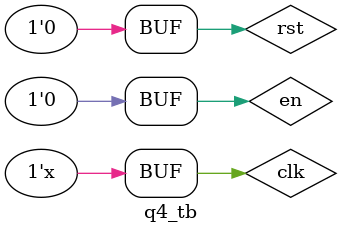
<source format=v>
`timescale 1ns / 1ps


module ccounterr #(
    parameter   MAX_VALUE = 8'd13,
    parameter   MIN_VALUE = 8'd10
)(
    input                   clk,
    input                   rst,
    input                   enable,
    output                  out
);

reg [7:0] counter;
always @(posedge clk) begin
    if (rst)
        counter <= 0;
    else 
        begin
        if (enable) begin
            if (counter == 0)
                counter <= MIN_VALUE;
            else if (counter >= MAX_VALUE)
                counter <= MIN_VALUE;
            else
                counter <= counter + 8'b1; 
        end
        else
            counter <= 0;
    end
end

assign out = (counter == MAX_VALUE);
endmodule

module q4_tb();
reg clk, rst, en;
wire out_PB;
initial begin
    clk = 0; rst = 1; en = 0;
    #10;
    rst = 0;
    #10;
    en = 1;
    #20;
    en = 0;
    #20;
    en = 1;
    #20;
    rst = 1;
    #20;
    rst = 0;
    #200;
    en = 0;
end
always #5 clk = ~clk;
ccounterr #(
    .MIN_VALUE(8'd10), 
    .MAX_VALUE(8'd13)
) ccounterr (
    .clk(clk),
    .rst(rst),
    .enable(en),
    .out(out_PB)
);
endmodule


</source>
